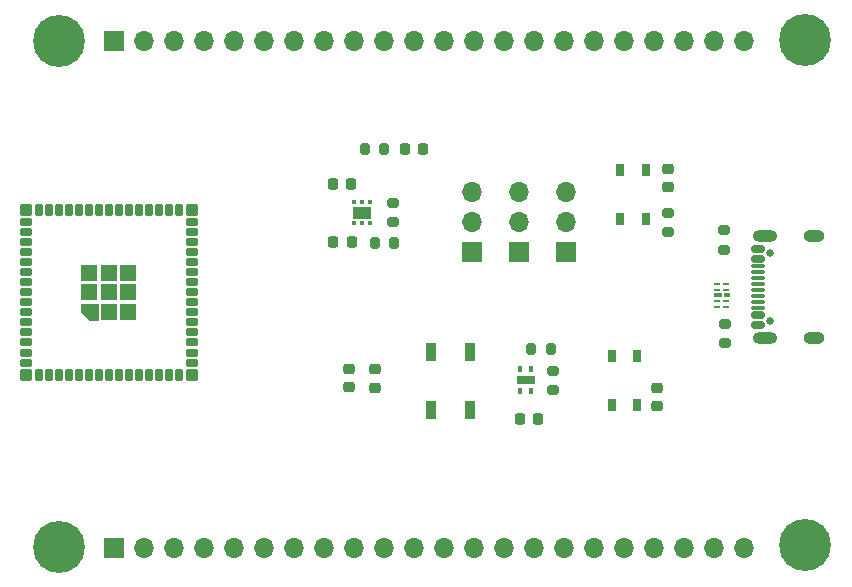
<source format=gbr>
%TF.GenerationSoftware,KiCad,Pcbnew,8.0.8*%
%TF.CreationDate,2025-12-22T10:58:06+04:00*%
%TF.ProjectId,DesignESP32PCB,44657369-676e-4455-9350-33325043422e,rev?*%
%TF.SameCoordinates,Original*%
%TF.FileFunction,Soldermask,Top*%
%TF.FilePolarity,Negative*%
%FSLAX46Y46*%
G04 Gerber Fmt 4.6, Leading zero omitted, Abs format (unit mm)*
G04 Created by KiCad (PCBNEW 8.0.8) date 2025-12-22 10:58:06*
%MOMM*%
%LPD*%
G01*
G04 APERTURE LIST*
G04 Aperture macros list*
%AMRoundRect*
0 Rectangle with rounded corners*
0 $1 Rounding radius*
0 $2 $3 $4 $5 $6 $7 $8 $9 X,Y pos of 4 corners*
0 Add a 4 corners polygon primitive as box body*
4,1,4,$2,$3,$4,$5,$6,$7,$8,$9,$2,$3,0*
0 Add four circle primitives for the rounded corners*
1,1,$1+$1,$2,$3*
1,1,$1+$1,$4,$5*
1,1,$1+$1,$6,$7*
1,1,$1+$1,$8,$9*
0 Add four rect primitives between the rounded corners*
20,1,$1+$1,$2,$3,$4,$5,0*
20,1,$1+$1,$4,$5,$6,$7,0*
20,1,$1+$1,$6,$7,$8,$9,0*
20,1,$1+$1,$8,$9,$2,$3,0*%
G04 Aperture macros list end*
%ADD10C,0.010000*%
%ADD11R,1.700000X1.700000*%
%ADD12O,1.700000X1.700000*%
%ADD13RoundRect,0.200000X-0.200000X-0.275000X0.200000X-0.275000X0.200000X0.275000X-0.200000X0.275000X0*%
%ADD14RoundRect,0.200000X0.275000X-0.200000X0.275000X0.200000X-0.275000X0.200000X-0.275000X-0.200000X0*%
%ADD15RoundRect,0.225000X-0.225000X-0.250000X0.225000X-0.250000X0.225000X0.250000X-0.225000X0.250000X0*%
%ADD16RoundRect,0.225000X0.250000X-0.225000X0.250000X0.225000X-0.250000X0.225000X-0.250000X-0.225000X0*%
%ADD17RoundRect,0.218750X0.218750X0.256250X-0.218750X0.256250X-0.218750X-0.256250X0.218750X-0.256250X0*%
%ADD18RoundRect,0.200000X0.200000X0.275000X-0.200000X0.275000X-0.200000X-0.275000X0.200000X-0.275000X0*%
%ADD19C,0.700000*%
%ADD20C,4.400000*%
%ADD21R,0.625000X0.250000*%
%ADD22R,0.700000X0.450000*%
%ADD23R,0.575000X0.450000*%
%ADD24RoundRect,0.200000X-0.275000X0.200000X-0.275000X-0.200000X0.275000X-0.200000X0.275000X0.200000X0*%
%ADD25RoundRect,0.225000X0.225000X0.250000X-0.225000X0.250000X-0.225000X-0.250000X0.225000X-0.250000X0*%
%ADD26R,0.650000X1.050000*%
%ADD27RoundRect,0.102000X0.200000X-0.400000X0.200000X0.400000X-0.200000X0.400000X-0.200000X-0.400000X0*%
%ADD28RoundRect,0.102000X0.400000X-0.200000X0.400000X0.200000X-0.400000X0.200000X-0.400000X-0.200000X0*%
%ADD29RoundRect,0.102000X0.600000X-0.600000X0.600000X0.600000X-0.600000X0.600000X-0.600000X-0.600000X0*%
%ADD30RoundRect,0.102000X0.400000X-0.400000X0.400000X0.400000X-0.400000X0.400000X-0.400000X-0.400000X0*%
%ADD31RoundRect,0.090000X0.360000X-0.660000X0.360000X0.660000X-0.360000X0.660000X-0.360000X-0.660000X0*%
%ADD32RoundRect,0.093750X0.106250X-0.093750X0.106250X0.093750X-0.106250X0.093750X-0.106250X-0.093750X0*%
%ADD33R,1.600000X1.000000*%
%ADD34R,1.600000X0.700000*%
%ADD35R,0.400000X0.600000*%
%ADD36O,1.800000X1.000000*%
%ADD37O,2.100000X1.000000*%
%ADD38RoundRect,0.150000X0.425000X-0.150000X0.425000X0.150000X-0.425000X0.150000X-0.425000X-0.150000X0*%
%ADD39RoundRect,0.075000X0.500000X-0.075000X0.500000X0.075000X-0.500000X0.075000X-0.500000X-0.075000X0*%
%ADD40C,0.650000*%
G04 APERTURE END LIST*
D10*
%TO.C,U1*%
X162930000Y-97983200D02*
X162180000Y-97983200D01*
X161530000Y-97333200D01*
X161530000Y-96583200D01*
X162930000Y-96583200D01*
X162930000Y-97983200D01*
G36*
X162930000Y-97983200D02*
G01*
X162180000Y-97983200D01*
X161530000Y-97333200D01*
X161530000Y-96583200D01*
X162930000Y-96583200D01*
X162930000Y-97983200D01*
G37*
%TD*%
D11*
%TO.C,J5*%
X198621200Y-92223800D03*
D12*
X198621200Y-89683800D03*
X198621200Y-87143800D03*
%TD*%
D11*
%TO.C,J4*%
X202610800Y-92188000D03*
D12*
X202610800Y-89648000D03*
X202610800Y-87108000D03*
%TD*%
D11*
%TO.C,J2*%
X194608000Y-92223800D03*
D12*
X194608000Y-89683800D03*
X194608000Y-87143800D03*
%TD*%
D13*
%TO.C,R5*%
X199636000Y-100451200D03*
X201286000Y-100451200D03*
%TD*%
D14*
%TO.C,R4*%
X201491000Y-103906200D03*
X201491000Y-102256200D03*
%TD*%
D15*
%TO.C,C5*%
X198656000Y-106371200D03*
X200206000Y-106371200D03*
%TD*%
D16*
%TO.C,C1*%
X184226000Y-102135200D03*
X184226000Y-103685200D03*
%TD*%
D17*
%TO.C,D2*%
X190492500Y-83500200D03*
X188917500Y-83500200D03*
%TD*%
D13*
%TO.C,R8*%
X185550000Y-83535200D03*
X187200000Y-83535200D03*
%TD*%
D18*
%TO.C,R6*%
X186395000Y-91435200D03*
X188045000Y-91435200D03*
%TD*%
D16*
%TO.C,C4*%
X210320000Y-105258200D03*
X210320000Y-103708200D03*
%TD*%
D19*
%TO.C,H2*%
X157994200Y-117201400D03*
X158477474Y-116034674D03*
X158477474Y-118368126D03*
X159644200Y-115551400D03*
D20*
X159644200Y-117201400D03*
D19*
X159644200Y-118851400D03*
X160810926Y-116034674D03*
X160810926Y-118368126D03*
X161294200Y-117201400D03*
%TD*%
%TO.C,H4*%
X221195000Y-74268200D03*
X221678274Y-73101474D03*
X221678274Y-75434926D03*
X222845000Y-72618200D03*
D20*
X222845000Y-74268200D03*
D19*
X222845000Y-75918200D03*
X224011726Y-73101474D03*
X224011726Y-75434926D03*
X224495000Y-74268200D03*
%TD*%
%TO.C,H1*%
X221205400Y-116999000D03*
X221688674Y-115832274D03*
X221688674Y-118165726D03*
X222855400Y-115349000D03*
D20*
X222855400Y-116999000D03*
D19*
X222855400Y-118649000D03*
X224022126Y-115832274D03*
X224022126Y-118165726D03*
X224505400Y-116999000D03*
%TD*%
D21*
%TO.C,U2*%
X215372500Y-94903200D03*
X215372500Y-95403200D03*
D22*
X215410000Y-95903200D03*
D21*
X215372500Y-96403200D03*
X215372500Y-96903200D03*
X216147500Y-96903200D03*
X216147500Y-96403200D03*
D23*
X216172500Y-95903200D03*
D21*
X216147500Y-95403200D03*
X216147500Y-94903200D03*
%TD*%
D24*
%TO.C,R2*%
X216005000Y-98303200D03*
X216005000Y-99953200D03*
%TD*%
D25*
%TO.C,C7*%
X182875000Y-91365200D03*
X184425000Y-91365200D03*
%TD*%
D11*
%TO.C,J1*%
X164345000Y-117250600D03*
D12*
X166885000Y-117250600D03*
X169425000Y-117250600D03*
X171965000Y-117250600D03*
X174505000Y-117250600D03*
X177045000Y-117250600D03*
X179585000Y-117250600D03*
X182125000Y-117250600D03*
X184665000Y-117250600D03*
X187205000Y-117250600D03*
X189745000Y-117250600D03*
X192285000Y-117250600D03*
X194825000Y-117250600D03*
X197365000Y-117250600D03*
X199905000Y-117250600D03*
X202445000Y-117250600D03*
X204985000Y-117250600D03*
X207525000Y-117250600D03*
X210065000Y-117250600D03*
X212605000Y-117250600D03*
X215145000Y-117250600D03*
X217685000Y-117250600D03*
%TD*%
D24*
%TO.C,R7*%
X187950000Y-89700200D03*
X187950000Y-88050200D03*
%TD*%
D26*
%TO.C,RESET1*%
X209339600Y-85284000D03*
X209339600Y-89434000D03*
X207189600Y-85284000D03*
X207189600Y-89434000D03*
%TD*%
D24*
%TO.C,R3*%
X211179600Y-90569000D03*
X211179600Y-88919000D03*
%TD*%
D26*
%TO.C,BOOT1*%
X206460000Y-105213200D03*
X206460000Y-101063200D03*
X208610000Y-105213200D03*
X208610000Y-101063200D03*
%TD*%
D27*
%TO.C,U1*%
X157930000Y-102633200D03*
X158780000Y-102633200D03*
X159630000Y-102633200D03*
X160480000Y-102633200D03*
X161330000Y-102633200D03*
X162180000Y-102633200D03*
X163030000Y-102633200D03*
X163880000Y-102633200D03*
X164730000Y-102633200D03*
X165580000Y-102633200D03*
X166430000Y-102633200D03*
X167280000Y-102633200D03*
X168130000Y-102633200D03*
X168980000Y-102633200D03*
X169830000Y-102633200D03*
D28*
X170880000Y-101583200D03*
X170880000Y-100733200D03*
X170880000Y-99883200D03*
X170880000Y-99033200D03*
X170880000Y-98183200D03*
X170880000Y-97333200D03*
X170880000Y-96483200D03*
X170880000Y-95633200D03*
X170880000Y-94783200D03*
X170880000Y-93933200D03*
X170880000Y-93083200D03*
X170880000Y-92233200D03*
X170880000Y-91383200D03*
X170880000Y-90533200D03*
X170880000Y-89683200D03*
D27*
X169830000Y-88633200D03*
X168980000Y-88633200D03*
X168130000Y-88633200D03*
X167280000Y-88633200D03*
X166430000Y-88633200D03*
X165580000Y-88633200D03*
X164730000Y-88633200D03*
X163880000Y-88633200D03*
X163030000Y-88633200D03*
X162180000Y-88633200D03*
X161330000Y-88633200D03*
X160480000Y-88633200D03*
X159630000Y-88633200D03*
X158780000Y-88633200D03*
X157930000Y-88633200D03*
D28*
X156880000Y-89683200D03*
X156880000Y-90533200D03*
X156880000Y-91383200D03*
X156880000Y-92233200D03*
X156880000Y-93083200D03*
X156880000Y-93933200D03*
X156880000Y-94783200D03*
X156880000Y-95633200D03*
X156880000Y-96483200D03*
X156880000Y-97333200D03*
X156880000Y-98183200D03*
X156880000Y-99033200D03*
X156880000Y-99883200D03*
X156880000Y-100733200D03*
X156880000Y-101583200D03*
D29*
X163880000Y-95633200D03*
X162230000Y-95633200D03*
X162230000Y-93983200D03*
X163880000Y-93983200D03*
X165530000Y-93983200D03*
X165530000Y-95633200D03*
X165530000Y-97283200D03*
X163880000Y-97283200D03*
D30*
X156880000Y-102633200D03*
X170880000Y-102633200D03*
X170880000Y-88633200D03*
X156880000Y-88633200D03*
%TD*%
D19*
%TO.C,H3*%
X161345000Y-74345000D03*
X160861726Y-75511726D03*
X160861726Y-73178274D03*
X159695000Y-75995000D03*
D20*
X159695000Y-74345000D03*
D19*
X159695000Y-72695000D03*
X158528274Y-75511726D03*
X158528274Y-73178274D03*
X158045000Y-74345000D03*
%TD*%
D11*
%TO.C,J3*%
X164305000Y-74385000D03*
D12*
X166845000Y-74385000D03*
X169385000Y-74385000D03*
X171925000Y-74385000D03*
X174465000Y-74385000D03*
X177005000Y-74385000D03*
X179545000Y-74385000D03*
X182085000Y-74385000D03*
X184625000Y-74385000D03*
X187165000Y-74385000D03*
X189705000Y-74385000D03*
X192245000Y-74385000D03*
X194785000Y-74385000D03*
X197325000Y-74385000D03*
X199865000Y-74385000D03*
X202405000Y-74385000D03*
X204945000Y-74385000D03*
X207485000Y-74385000D03*
X210025000Y-74385000D03*
X212565000Y-74385000D03*
X215105000Y-74385000D03*
X217645000Y-74385000D03*
%TD*%
D16*
%TO.C,C3*%
X211189600Y-85199000D03*
X211189600Y-86749000D03*
%TD*%
D25*
%TO.C,C6*%
X182855000Y-86475200D03*
X184405000Y-86475200D03*
%TD*%
D31*
%TO.C,D1*%
X191141000Y-105603200D03*
X194441000Y-105603200D03*
X194441000Y-100703200D03*
X191141000Y-100703200D03*
%TD*%
D32*
%TO.C,U3*%
X184670000Y-89802700D03*
X185320000Y-89802700D03*
X185970000Y-89802700D03*
X185970000Y-88027700D03*
X185320000Y-88027700D03*
X184670000Y-88027700D03*
D33*
X185320000Y-88915200D03*
%TD*%
D14*
%TO.C,R1*%
X215995000Y-90363200D03*
X215995000Y-92013200D03*
%TD*%
D34*
%TO.C,U4*%
X199156000Y-103051200D03*
D35*
X198681000Y-102101200D03*
X199631000Y-102101200D03*
X199631000Y-104001200D03*
X198681000Y-104001200D03*
%TD*%
D36*
%TO.C,JUSB1*%
X223570000Y-90878200D03*
D37*
X219390000Y-90878200D03*
D36*
X223570000Y-99518200D03*
D37*
X219390000Y-99518200D03*
D38*
X218815000Y-98398200D03*
X218815000Y-97598200D03*
D39*
X218815000Y-96948200D03*
X218815000Y-95948200D03*
X218815000Y-94448200D03*
X218815000Y-93448200D03*
D38*
X218815000Y-92798200D03*
X218815000Y-91998200D03*
X218815000Y-91998200D03*
X218815000Y-92798200D03*
D39*
X218815000Y-93948200D03*
X218815000Y-94948200D03*
X218815000Y-95448200D03*
X218815000Y-96448200D03*
D38*
X218815000Y-97598200D03*
X218815000Y-98398200D03*
D40*
X219890000Y-92308200D03*
X219890000Y-98088200D03*
%TD*%
D16*
%TO.C,C2*%
X186420000Y-103715200D03*
X186420000Y-102165200D03*
%TD*%
M02*

</source>
